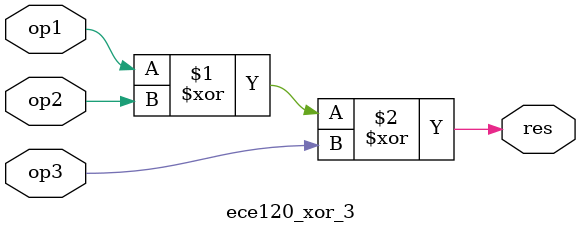
<source format=sv>
module ece120_xor_3(
    input logic op1, op2, op3,
    output logic res
    );
    assign res = op1 ^ op2 ^ op3;
endmodule
</source>
